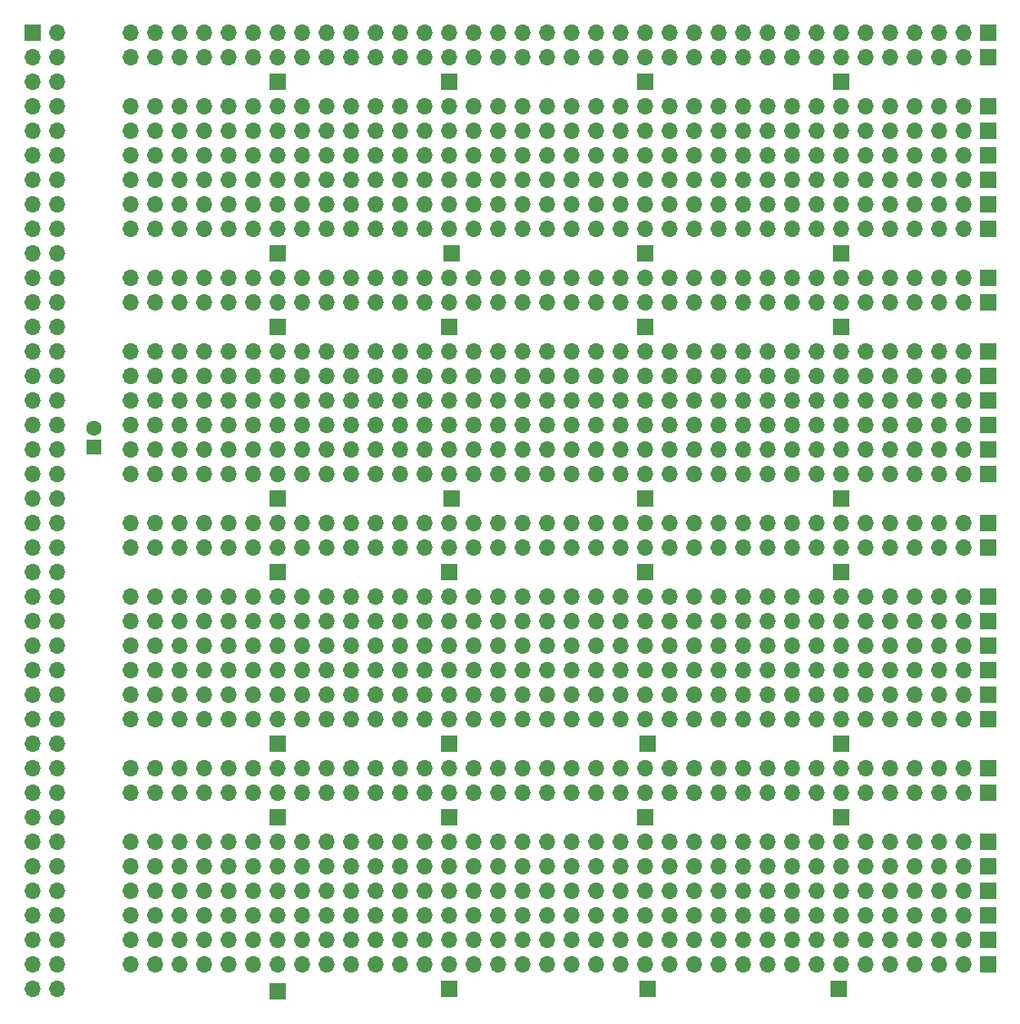
<source format=gbr>
%TF.GenerationSoftware,KiCad,Pcbnew,7.0.11+dfsg-1build4*%
%TF.CreationDate,2024-10-19T09:54:37-03:00*%
%TF.ProjectId,Z5,5a352e6b-6963-4616-945f-706362585858,rev?*%
%TF.SameCoordinates,Original*%
%TF.FileFunction,Soldermask,Bot*%
%TF.FilePolarity,Negative*%
%FSLAX46Y46*%
G04 Gerber Fmt 4.6, Leading zero omitted, Abs format (unit mm)*
G04 Created by KiCad (PCBNEW 7.0.11+dfsg-1build4) date 2024-10-19 09:54:37*
%MOMM*%
%LPD*%
G01*
G04 APERTURE LIST*
%ADD10R,1.700000X1.700000*%
%ADD11O,1.700000X1.700000*%
%ADD12R,1.600000X1.600000*%
%ADD13C,1.600000*%
G04 APERTURE END LIST*
D10*
%TO.C,REF\u002A\u002A*%
X177800000Y-63500000D03*
D11*
X175260000Y-63500000D03*
X172720000Y-63500000D03*
X170180000Y-63500000D03*
X167640000Y-63500000D03*
X165100000Y-63500000D03*
X162560000Y-63500000D03*
X160020000Y-63500000D03*
X157480000Y-63500000D03*
X154940000Y-63500000D03*
X152400000Y-63500000D03*
X149860000Y-63500000D03*
X147320000Y-63500000D03*
X144780000Y-63500000D03*
X142240000Y-63500000D03*
X139700000Y-63500000D03*
X137160000Y-63500000D03*
X134620000Y-63500000D03*
X132080000Y-63500000D03*
X129540000Y-63500000D03*
X127000000Y-63500000D03*
X124460000Y-63500000D03*
X121920000Y-63500000D03*
X119380000Y-63500000D03*
X116840000Y-63500000D03*
X114300000Y-63500000D03*
X111760000Y-63500000D03*
X109220000Y-63500000D03*
X106680000Y-63500000D03*
X104140000Y-63500000D03*
X101600000Y-63500000D03*
X99060000Y-63500000D03*
X96520000Y-63500000D03*
X93980000Y-63500000D03*
X91440000Y-63500000D03*
X88900000Y-63500000D03*
%TD*%
D10*
%TO.C,*%
X162560000Y-109220000D03*
%TD*%
%TO.C,REF\u002A\u002A*%
X177800000Y-55880000D03*
D11*
X175260000Y-55880000D03*
X172720000Y-55880000D03*
X170180000Y-55880000D03*
X167640000Y-55880000D03*
X165100000Y-55880000D03*
X162560000Y-55880000D03*
X160020000Y-55880000D03*
X157480000Y-55880000D03*
X154940000Y-55880000D03*
X152400000Y-55880000D03*
X149860000Y-55880000D03*
X147320000Y-55880000D03*
X144780000Y-55880000D03*
X142240000Y-55880000D03*
X139700000Y-55880000D03*
X137160000Y-55880000D03*
X134620000Y-55880000D03*
X132080000Y-55880000D03*
X129540000Y-55880000D03*
X127000000Y-55880000D03*
X124460000Y-55880000D03*
X121920000Y-55880000D03*
X119380000Y-55880000D03*
X116840000Y-55880000D03*
X114300000Y-55880000D03*
X111760000Y-55880000D03*
X109220000Y-55880000D03*
X106680000Y-55880000D03*
X104140000Y-55880000D03*
X101600000Y-55880000D03*
X99060000Y-55880000D03*
X96520000Y-55880000D03*
X93980000Y-55880000D03*
X91440000Y-55880000D03*
X88900000Y-55880000D03*
%TD*%
D10*
%TO.C,REF\u002A\u002A*%
X121920000Y-58420000D03*
%TD*%
%TO.C,*%
X162560000Y-134620000D03*
%TD*%
%TO.C,REF\u002A\u002A*%
X177800000Y-68580000D03*
D11*
X175260000Y-68580000D03*
X172720000Y-68580000D03*
X170180000Y-68580000D03*
X167640000Y-68580000D03*
X165100000Y-68580000D03*
X162560000Y-68580000D03*
X160020000Y-68580000D03*
X157480000Y-68580000D03*
X154940000Y-68580000D03*
X152400000Y-68580000D03*
X149860000Y-68580000D03*
X147320000Y-68580000D03*
X144780000Y-68580000D03*
X142240000Y-68580000D03*
X139700000Y-68580000D03*
X137160000Y-68580000D03*
X134620000Y-68580000D03*
X132080000Y-68580000D03*
X129540000Y-68580000D03*
X127000000Y-68580000D03*
X124460000Y-68580000D03*
X121920000Y-68580000D03*
X119380000Y-68580000D03*
X116840000Y-68580000D03*
X114300000Y-68580000D03*
X111760000Y-68580000D03*
X109220000Y-68580000D03*
X106680000Y-68580000D03*
X104140000Y-68580000D03*
X101600000Y-68580000D03*
X99060000Y-68580000D03*
X96520000Y-68580000D03*
X93980000Y-68580000D03*
X91440000Y-68580000D03*
X88900000Y-68580000D03*
%TD*%
D10*
%TO.C,REF\u002A\u002A*%
X177800000Y-60960000D03*
D11*
X175260000Y-60960000D03*
X172720000Y-60960000D03*
X170180000Y-60960000D03*
X167640000Y-60960000D03*
X165100000Y-60960000D03*
X162560000Y-60960000D03*
X160020000Y-60960000D03*
X157480000Y-60960000D03*
X154940000Y-60960000D03*
X152400000Y-60960000D03*
X149860000Y-60960000D03*
X147320000Y-60960000D03*
X144780000Y-60960000D03*
X142240000Y-60960000D03*
X139700000Y-60960000D03*
X137160000Y-60960000D03*
X134620000Y-60960000D03*
X132080000Y-60960000D03*
X129540000Y-60960000D03*
X127000000Y-60960000D03*
X124460000Y-60960000D03*
X121920000Y-60960000D03*
X119380000Y-60960000D03*
X116840000Y-60960000D03*
X114300000Y-60960000D03*
X111760000Y-60960000D03*
X109220000Y-60960000D03*
X106680000Y-60960000D03*
X104140000Y-60960000D03*
X101600000Y-60960000D03*
X99060000Y-60960000D03*
X96520000Y-60960000D03*
X93980000Y-60960000D03*
X91440000Y-60960000D03*
X88900000Y-60960000D03*
%TD*%
D10*
%TO.C,REF\u002A\u002A*%
X121920000Y-127000000D03*
%TD*%
%TO.C,*%
X104140000Y-109220000D03*
%TD*%
%TO.C,REF\u002A\u002A*%
X177800000Y-132080000D03*
D11*
X175260000Y-132080000D03*
X172720000Y-132080000D03*
X170180000Y-132080000D03*
X167640000Y-132080000D03*
X165100000Y-132080000D03*
X162560000Y-132080000D03*
X160020000Y-132080000D03*
X157480000Y-132080000D03*
X154940000Y-132080000D03*
X152400000Y-132080000D03*
X149860000Y-132080000D03*
X147320000Y-132080000D03*
X144780000Y-132080000D03*
X142240000Y-132080000D03*
X139700000Y-132080000D03*
X137160000Y-132080000D03*
X134620000Y-132080000D03*
X132080000Y-132080000D03*
X129540000Y-132080000D03*
X127000000Y-132080000D03*
X124460000Y-132080000D03*
X121920000Y-132080000D03*
X119380000Y-132080000D03*
X116840000Y-132080000D03*
X114300000Y-132080000D03*
X111760000Y-132080000D03*
X109220000Y-132080000D03*
X106680000Y-132080000D03*
X104140000Y-132080000D03*
X101600000Y-132080000D03*
X99060000Y-132080000D03*
X96520000Y-132080000D03*
X93980000Y-132080000D03*
X91440000Y-132080000D03*
X88900000Y-132080000D03*
%TD*%
D10*
%TO.C,REF\u002A\u002A*%
X122174000Y-101600000D03*
%TD*%
%TO.C,REF\u002A\u002A*%
X122174000Y-76200000D03*
%TD*%
%TO.C,REF\u002A\u002A*%
X177800000Y-119380000D03*
D11*
X175260000Y-119380000D03*
X172720000Y-119380000D03*
X170180000Y-119380000D03*
X167640000Y-119380000D03*
X165100000Y-119380000D03*
X162560000Y-119380000D03*
X160020000Y-119380000D03*
X157480000Y-119380000D03*
X154940000Y-119380000D03*
X152400000Y-119380000D03*
X149860000Y-119380000D03*
X147320000Y-119380000D03*
X144780000Y-119380000D03*
X142240000Y-119380000D03*
X139700000Y-119380000D03*
X137160000Y-119380000D03*
X134620000Y-119380000D03*
X132080000Y-119380000D03*
X129540000Y-119380000D03*
X127000000Y-119380000D03*
X124460000Y-119380000D03*
X121920000Y-119380000D03*
X119380000Y-119380000D03*
X116840000Y-119380000D03*
X114300000Y-119380000D03*
X111760000Y-119380000D03*
X109220000Y-119380000D03*
X106680000Y-119380000D03*
X104140000Y-119380000D03*
X101600000Y-119380000D03*
X99060000Y-119380000D03*
X96520000Y-119380000D03*
X93980000Y-119380000D03*
X91440000Y-119380000D03*
X88900000Y-119380000D03*
%TD*%
D10*
%TO.C,REF\u002A\u002A*%
X177800000Y-121920000D03*
D11*
X175260000Y-121920000D03*
X172720000Y-121920000D03*
X170180000Y-121920000D03*
X167640000Y-121920000D03*
X165100000Y-121920000D03*
X162560000Y-121920000D03*
X160020000Y-121920000D03*
X157480000Y-121920000D03*
X154940000Y-121920000D03*
X152400000Y-121920000D03*
X149860000Y-121920000D03*
X147320000Y-121920000D03*
X144780000Y-121920000D03*
X142240000Y-121920000D03*
X139700000Y-121920000D03*
X137160000Y-121920000D03*
X134620000Y-121920000D03*
X132080000Y-121920000D03*
X129540000Y-121920000D03*
X127000000Y-121920000D03*
X124460000Y-121920000D03*
X121920000Y-121920000D03*
X119380000Y-121920000D03*
X116840000Y-121920000D03*
X114300000Y-121920000D03*
X111760000Y-121920000D03*
X109220000Y-121920000D03*
X106680000Y-121920000D03*
X104140000Y-121920000D03*
X101600000Y-121920000D03*
X99060000Y-121920000D03*
X96520000Y-121920000D03*
X93980000Y-121920000D03*
X91440000Y-121920000D03*
X88900000Y-121920000D03*
%TD*%
D10*
%TO.C,REF\u002A\u002A*%
X177800000Y-139700000D03*
D11*
X175260000Y-139700000D03*
X172720000Y-139700000D03*
X170180000Y-139700000D03*
X167640000Y-139700000D03*
X165100000Y-139700000D03*
X162560000Y-139700000D03*
X160020000Y-139700000D03*
X157480000Y-139700000D03*
X154940000Y-139700000D03*
X152400000Y-139700000D03*
X149860000Y-139700000D03*
X147320000Y-139700000D03*
X144780000Y-139700000D03*
X142240000Y-139700000D03*
X139700000Y-139700000D03*
X137160000Y-139700000D03*
X134620000Y-139700000D03*
X132080000Y-139700000D03*
X129540000Y-139700000D03*
X127000000Y-139700000D03*
X124460000Y-139700000D03*
X121920000Y-139700000D03*
X119380000Y-139700000D03*
X116840000Y-139700000D03*
X114300000Y-139700000D03*
X111760000Y-139700000D03*
X109220000Y-139700000D03*
X106680000Y-139700000D03*
X104140000Y-139700000D03*
X101600000Y-139700000D03*
X99060000Y-139700000D03*
X96520000Y-139700000D03*
X93980000Y-139700000D03*
X91440000Y-139700000D03*
X88900000Y-139700000D03*
%TD*%
D10*
%TO.C,REF\u002A\u002A*%
X104140000Y-152654000D03*
%TD*%
%TO.C,REF\u002A\u002A*%
X177800000Y-142240000D03*
D11*
X175260000Y-142240000D03*
X172720000Y-142240000D03*
X170180000Y-142240000D03*
X167640000Y-142240000D03*
X165100000Y-142240000D03*
X162560000Y-142240000D03*
X160020000Y-142240000D03*
X157480000Y-142240000D03*
X154940000Y-142240000D03*
X152400000Y-142240000D03*
X149860000Y-142240000D03*
X147320000Y-142240000D03*
X144780000Y-142240000D03*
X142240000Y-142240000D03*
X139700000Y-142240000D03*
X137160000Y-142240000D03*
X134620000Y-142240000D03*
X132080000Y-142240000D03*
X129540000Y-142240000D03*
X127000000Y-142240000D03*
X124460000Y-142240000D03*
X121920000Y-142240000D03*
X119380000Y-142240000D03*
X116840000Y-142240000D03*
X114300000Y-142240000D03*
X111760000Y-142240000D03*
X109220000Y-142240000D03*
X106680000Y-142240000D03*
X104140000Y-142240000D03*
X101600000Y-142240000D03*
X99060000Y-142240000D03*
X96520000Y-142240000D03*
X93980000Y-142240000D03*
X91440000Y-142240000D03*
X88900000Y-142240000D03*
%TD*%
D10*
%TO.C,*%
X142240000Y-109220000D03*
%TD*%
%TO.C,REF\u002A\u002A*%
X177800000Y-111760000D03*
D11*
X175260000Y-111760000D03*
X172720000Y-111760000D03*
X170180000Y-111760000D03*
X167640000Y-111760000D03*
X165100000Y-111760000D03*
X162560000Y-111760000D03*
X160020000Y-111760000D03*
X157480000Y-111760000D03*
X154940000Y-111760000D03*
X152400000Y-111760000D03*
X149860000Y-111760000D03*
X147320000Y-111760000D03*
X144780000Y-111760000D03*
X142240000Y-111760000D03*
X139700000Y-111760000D03*
X137160000Y-111760000D03*
X134620000Y-111760000D03*
X132080000Y-111760000D03*
X129540000Y-111760000D03*
X127000000Y-111760000D03*
X124460000Y-111760000D03*
X121920000Y-111760000D03*
X119380000Y-111760000D03*
X116840000Y-111760000D03*
X114300000Y-111760000D03*
X111760000Y-111760000D03*
X109220000Y-111760000D03*
X106680000Y-111760000D03*
X104140000Y-111760000D03*
X101600000Y-111760000D03*
X99060000Y-111760000D03*
X96520000Y-111760000D03*
X93980000Y-111760000D03*
X91440000Y-111760000D03*
X88900000Y-111760000D03*
%TD*%
D10*
%TO.C,REF\u002A\u002A*%
X177800000Y-96520000D03*
D11*
X175260000Y-96520000D03*
X172720000Y-96520000D03*
X170180000Y-96520000D03*
X167640000Y-96520000D03*
X165100000Y-96520000D03*
X162560000Y-96520000D03*
X160020000Y-96520000D03*
X157480000Y-96520000D03*
X154940000Y-96520000D03*
X152400000Y-96520000D03*
X149860000Y-96520000D03*
X147320000Y-96520000D03*
X144780000Y-96520000D03*
X142240000Y-96520000D03*
X139700000Y-96520000D03*
X137160000Y-96520000D03*
X134620000Y-96520000D03*
X132080000Y-96520000D03*
X129540000Y-96520000D03*
X127000000Y-96520000D03*
X124460000Y-96520000D03*
X121920000Y-96520000D03*
X119380000Y-96520000D03*
X116840000Y-96520000D03*
X114300000Y-96520000D03*
X111760000Y-96520000D03*
X109220000Y-96520000D03*
X106680000Y-96520000D03*
X104140000Y-96520000D03*
X101600000Y-96520000D03*
X99060000Y-96520000D03*
X96520000Y-96520000D03*
X93980000Y-96520000D03*
X91440000Y-96520000D03*
X88900000Y-96520000D03*
%TD*%
D10*
%TO.C,REF\u002A\u002A*%
X177800000Y-116840000D03*
D11*
X175260000Y-116840000D03*
X172720000Y-116840000D03*
X170180000Y-116840000D03*
X167640000Y-116840000D03*
X165100000Y-116840000D03*
X162560000Y-116840000D03*
X160020000Y-116840000D03*
X157480000Y-116840000D03*
X154940000Y-116840000D03*
X152400000Y-116840000D03*
X149860000Y-116840000D03*
X147320000Y-116840000D03*
X144780000Y-116840000D03*
X142240000Y-116840000D03*
X139700000Y-116840000D03*
X137160000Y-116840000D03*
X134620000Y-116840000D03*
X132080000Y-116840000D03*
X129540000Y-116840000D03*
X127000000Y-116840000D03*
X124460000Y-116840000D03*
X121920000Y-116840000D03*
X119380000Y-116840000D03*
X116840000Y-116840000D03*
X114300000Y-116840000D03*
X111760000Y-116840000D03*
X109220000Y-116840000D03*
X106680000Y-116840000D03*
X104140000Y-116840000D03*
X101600000Y-116840000D03*
X99060000Y-116840000D03*
X96520000Y-116840000D03*
X93980000Y-116840000D03*
X91440000Y-116840000D03*
X88900000Y-116840000D03*
%TD*%
D10*
%TO.C,REF\u002A\u002A*%
X177800000Y-53340000D03*
D11*
X175260000Y-53340000D03*
X172720000Y-53340000D03*
X170180000Y-53340000D03*
X167640000Y-53340000D03*
X165100000Y-53340000D03*
X162560000Y-53340000D03*
X160020000Y-53340000D03*
X157480000Y-53340000D03*
X154940000Y-53340000D03*
X152400000Y-53340000D03*
X149860000Y-53340000D03*
X147320000Y-53340000D03*
X144780000Y-53340000D03*
X142240000Y-53340000D03*
X139700000Y-53340000D03*
X137160000Y-53340000D03*
X134620000Y-53340000D03*
X132080000Y-53340000D03*
X129540000Y-53340000D03*
X127000000Y-53340000D03*
X124460000Y-53340000D03*
X121920000Y-53340000D03*
X119380000Y-53340000D03*
X116840000Y-53340000D03*
X114300000Y-53340000D03*
X111760000Y-53340000D03*
X109220000Y-53340000D03*
X106680000Y-53340000D03*
X104140000Y-53340000D03*
X101600000Y-53340000D03*
X99060000Y-53340000D03*
X96520000Y-53340000D03*
X93980000Y-53340000D03*
X91440000Y-53340000D03*
X88900000Y-53340000D03*
%TD*%
D10*
%TO.C,REF\u002A\u002A*%
X142494000Y-127000000D03*
%TD*%
%TO.C,REF\u002A\u002A*%
X177800000Y-114300000D03*
D11*
X175260000Y-114300000D03*
X172720000Y-114300000D03*
X170180000Y-114300000D03*
X167640000Y-114300000D03*
X165100000Y-114300000D03*
X162560000Y-114300000D03*
X160020000Y-114300000D03*
X157480000Y-114300000D03*
X154940000Y-114300000D03*
X152400000Y-114300000D03*
X149860000Y-114300000D03*
X147320000Y-114300000D03*
X144780000Y-114300000D03*
X142240000Y-114300000D03*
X139700000Y-114300000D03*
X137160000Y-114300000D03*
X134620000Y-114300000D03*
X132080000Y-114300000D03*
X129540000Y-114300000D03*
X127000000Y-114300000D03*
X124460000Y-114300000D03*
X121920000Y-114300000D03*
X119380000Y-114300000D03*
X116840000Y-114300000D03*
X114300000Y-114300000D03*
X111760000Y-114300000D03*
X109220000Y-114300000D03*
X106680000Y-114300000D03*
X104140000Y-114300000D03*
X101600000Y-114300000D03*
X99060000Y-114300000D03*
X96520000Y-114300000D03*
X93980000Y-114300000D03*
X91440000Y-114300000D03*
X88900000Y-114300000D03*
%TD*%
D10*
%TO.C,REF\u002A\u002A*%
X162560000Y-101600000D03*
%TD*%
D12*
%TO.C,REF\u002A\u002A*%
X85090000Y-96266000D03*
D13*
X85090000Y-94266000D03*
%TD*%
D10*
%TO.C,REF\u002A\u002A*%
X177800000Y-147320000D03*
D11*
X175260000Y-147320000D03*
X172720000Y-147320000D03*
X170180000Y-147320000D03*
X167640000Y-147320000D03*
X165100000Y-147320000D03*
X162560000Y-147320000D03*
X160020000Y-147320000D03*
X157480000Y-147320000D03*
X154940000Y-147320000D03*
X152400000Y-147320000D03*
X149860000Y-147320000D03*
X147320000Y-147320000D03*
X144780000Y-147320000D03*
X142240000Y-147320000D03*
X139700000Y-147320000D03*
X137160000Y-147320000D03*
X134620000Y-147320000D03*
X132080000Y-147320000D03*
X129540000Y-147320000D03*
X127000000Y-147320000D03*
X124460000Y-147320000D03*
X121920000Y-147320000D03*
X119380000Y-147320000D03*
X116840000Y-147320000D03*
X114300000Y-147320000D03*
X111760000Y-147320000D03*
X109220000Y-147320000D03*
X106680000Y-147320000D03*
X104140000Y-147320000D03*
X101600000Y-147320000D03*
X99060000Y-147320000D03*
X96520000Y-147320000D03*
X93980000Y-147320000D03*
X91440000Y-147320000D03*
X88900000Y-147320000D03*
%TD*%
D10*
%TO.C,*%
X104140000Y-134620000D03*
%TD*%
%TO.C,REF\u002A\u002A*%
X177800000Y-78740000D03*
D11*
X175260000Y-78740000D03*
X172720000Y-78740000D03*
X170180000Y-78740000D03*
X167640000Y-78740000D03*
X165100000Y-78740000D03*
X162560000Y-78740000D03*
X160020000Y-78740000D03*
X157480000Y-78740000D03*
X154940000Y-78740000D03*
X152400000Y-78740000D03*
X149860000Y-78740000D03*
X147320000Y-78740000D03*
X144780000Y-78740000D03*
X142240000Y-78740000D03*
X139700000Y-78740000D03*
X137160000Y-78740000D03*
X134620000Y-78740000D03*
X132080000Y-78740000D03*
X129540000Y-78740000D03*
X127000000Y-78740000D03*
X124460000Y-78740000D03*
X121920000Y-78740000D03*
X119380000Y-78740000D03*
X116840000Y-78740000D03*
X114300000Y-78740000D03*
X111760000Y-78740000D03*
X109220000Y-78740000D03*
X106680000Y-78740000D03*
X104140000Y-78740000D03*
X101600000Y-78740000D03*
X99060000Y-78740000D03*
X96520000Y-78740000D03*
X93980000Y-78740000D03*
X91440000Y-78740000D03*
X88900000Y-78740000D03*
%TD*%
D10*
%TO.C,REF\u002A\u002A*%
X162560000Y-76200000D03*
%TD*%
%TO.C,*%
X121920000Y-83820000D03*
%TD*%
%TO.C,REF\u002A\u002A*%
X142494000Y-152400000D03*
%TD*%
%TO.C,REF\u002A\u002A*%
X121920000Y-152400000D03*
%TD*%
%TO.C,REF\u002A\u002A*%
X177800000Y-149860000D03*
D11*
X175260000Y-149860000D03*
X172720000Y-149860000D03*
X170180000Y-149860000D03*
X167640000Y-149860000D03*
X165100000Y-149860000D03*
X162560000Y-149860000D03*
X160020000Y-149860000D03*
X157480000Y-149860000D03*
X154940000Y-149860000D03*
X152400000Y-149860000D03*
X149860000Y-149860000D03*
X147320000Y-149860000D03*
X144780000Y-149860000D03*
X142240000Y-149860000D03*
X139700000Y-149860000D03*
X137160000Y-149860000D03*
X134620000Y-149860000D03*
X132080000Y-149860000D03*
X129540000Y-149860000D03*
X127000000Y-149860000D03*
X124460000Y-149860000D03*
X121920000Y-149860000D03*
X119380000Y-149860000D03*
X116840000Y-149860000D03*
X114300000Y-149860000D03*
X111760000Y-149860000D03*
X109220000Y-149860000D03*
X106680000Y-149860000D03*
X104140000Y-149860000D03*
X101600000Y-149860000D03*
X99060000Y-149860000D03*
X96520000Y-149860000D03*
X93980000Y-149860000D03*
X91440000Y-149860000D03*
X88900000Y-149860000D03*
%TD*%
D10*
%TO.C,REF\u002A\u002A*%
X177800000Y-144780000D03*
D11*
X175260000Y-144780000D03*
X172720000Y-144780000D03*
X170180000Y-144780000D03*
X167640000Y-144780000D03*
X165100000Y-144780000D03*
X162560000Y-144780000D03*
X160020000Y-144780000D03*
X157480000Y-144780000D03*
X154940000Y-144780000D03*
X152400000Y-144780000D03*
X149860000Y-144780000D03*
X147320000Y-144780000D03*
X144780000Y-144780000D03*
X142240000Y-144780000D03*
X139700000Y-144780000D03*
X137160000Y-144780000D03*
X134620000Y-144780000D03*
X132080000Y-144780000D03*
X129540000Y-144780000D03*
X127000000Y-144780000D03*
X124460000Y-144780000D03*
X121920000Y-144780000D03*
X119380000Y-144780000D03*
X116840000Y-144780000D03*
X114300000Y-144780000D03*
X111760000Y-144780000D03*
X109220000Y-144780000D03*
X106680000Y-144780000D03*
X104140000Y-144780000D03*
X101600000Y-144780000D03*
X99060000Y-144780000D03*
X96520000Y-144780000D03*
X93980000Y-144780000D03*
X91440000Y-144780000D03*
X88900000Y-144780000D03*
%TD*%
D10*
%TO.C,REF\u002A\u002A*%
X104140000Y-58420000D03*
%TD*%
%TO.C,REF\u002A\u002A*%
X177800000Y-137160000D03*
D11*
X175260000Y-137160000D03*
X172720000Y-137160000D03*
X170180000Y-137160000D03*
X167640000Y-137160000D03*
X165100000Y-137160000D03*
X162560000Y-137160000D03*
X160020000Y-137160000D03*
X157480000Y-137160000D03*
X154940000Y-137160000D03*
X152400000Y-137160000D03*
X149860000Y-137160000D03*
X147320000Y-137160000D03*
X144780000Y-137160000D03*
X142240000Y-137160000D03*
X139700000Y-137160000D03*
X137160000Y-137160000D03*
X134620000Y-137160000D03*
X132080000Y-137160000D03*
X129540000Y-137160000D03*
X127000000Y-137160000D03*
X124460000Y-137160000D03*
X121920000Y-137160000D03*
X119380000Y-137160000D03*
X116840000Y-137160000D03*
X114300000Y-137160000D03*
X111760000Y-137160000D03*
X109220000Y-137160000D03*
X106680000Y-137160000D03*
X104140000Y-137160000D03*
X101600000Y-137160000D03*
X99060000Y-137160000D03*
X96520000Y-137160000D03*
X93980000Y-137160000D03*
X91440000Y-137160000D03*
X88900000Y-137160000D03*
%TD*%
D10*
%TO.C,REF\u002A\u002A*%
X142240000Y-101600000D03*
%TD*%
%TO.C,REF\u002A\u002A*%
X177800000Y-81280000D03*
D11*
X175260000Y-81280000D03*
X172720000Y-81280000D03*
X170180000Y-81280000D03*
X167640000Y-81280000D03*
X165100000Y-81280000D03*
X162560000Y-81280000D03*
X160020000Y-81280000D03*
X157480000Y-81280000D03*
X154940000Y-81280000D03*
X152400000Y-81280000D03*
X149860000Y-81280000D03*
X147320000Y-81280000D03*
X144780000Y-81280000D03*
X142240000Y-81280000D03*
X139700000Y-81280000D03*
X137160000Y-81280000D03*
X134620000Y-81280000D03*
X132080000Y-81280000D03*
X129540000Y-81280000D03*
X127000000Y-81280000D03*
X124460000Y-81280000D03*
X121920000Y-81280000D03*
X119380000Y-81280000D03*
X116840000Y-81280000D03*
X114300000Y-81280000D03*
X111760000Y-81280000D03*
X109220000Y-81280000D03*
X106680000Y-81280000D03*
X104140000Y-81280000D03*
X101600000Y-81280000D03*
X99060000Y-81280000D03*
X96520000Y-81280000D03*
X93980000Y-81280000D03*
X91440000Y-81280000D03*
X88900000Y-81280000D03*
%TD*%
D10*
%TO.C,REF\u002A\u002A*%
X177800000Y-124460000D03*
D11*
X175260000Y-124460000D03*
X172720000Y-124460000D03*
X170180000Y-124460000D03*
X167640000Y-124460000D03*
X165100000Y-124460000D03*
X162560000Y-124460000D03*
X160020000Y-124460000D03*
X157480000Y-124460000D03*
X154940000Y-124460000D03*
X152400000Y-124460000D03*
X149860000Y-124460000D03*
X147320000Y-124460000D03*
X144780000Y-124460000D03*
X142240000Y-124460000D03*
X139700000Y-124460000D03*
X137160000Y-124460000D03*
X134620000Y-124460000D03*
X132080000Y-124460000D03*
X129540000Y-124460000D03*
X127000000Y-124460000D03*
X124460000Y-124460000D03*
X121920000Y-124460000D03*
X119380000Y-124460000D03*
X116840000Y-124460000D03*
X114300000Y-124460000D03*
X111760000Y-124460000D03*
X109220000Y-124460000D03*
X106680000Y-124460000D03*
X104140000Y-124460000D03*
X101600000Y-124460000D03*
X99060000Y-124460000D03*
X96520000Y-124460000D03*
X93980000Y-124460000D03*
X91440000Y-124460000D03*
X88900000Y-124460000D03*
%TD*%
D10*
%TO.C,REF\u002A\u002A*%
X142240000Y-58420000D03*
%TD*%
%TO.C,REF\u002A\u002A*%
X78740000Y-53340000D03*
D11*
X81280000Y-53340000D03*
X78740000Y-55880000D03*
X81280000Y-55880000D03*
X78740000Y-58420000D03*
X81280000Y-58420000D03*
X78740000Y-60960000D03*
X81280000Y-60960000D03*
X78740000Y-63500000D03*
X81280000Y-63500000D03*
X78740000Y-66040000D03*
X81280000Y-66040000D03*
X78740000Y-68580000D03*
X81280000Y-68580000D03*
X78740000Y-71120000D03*
X81280000Y-71120000D03*
X78740000Y-73660000D03*
X81280000Y-73660000D03*
X78740000Y-76200000D03*
X81280000Y-76200000D03*
X78740000Y-78740000D03*
X81280000Y-78740000D03*
X78740000Y-81280000D03*
X81280000Y-81280000D03*
X78740000Y-83820000D03*
X81280000Y-83820000D03*
X78740000Y-86360000D03*
X81280000Y-86360000D03*
X78740000Y-88900000D03*
X81280000Y-88900000D03*
X78740000Y-91440000D03*
X81280000Y-91440000D03*
X78740000Y-93980000D03*
X81280000Y-93980000D03*
X78740000Y-96520000D03*
X81280000Y-96520000D03*
X78740000Y-99060000D03*
X81280000Y-99060000D03*
X78740000Y-101600000D03*
X81280000Y-101600000D03*
X78740000Y-104140000D03*
X81280000Y-104140000D03*
X78740000Y-106680000D03*
X81280000Y-106680000D03*
X78740000Y-109220000D03*
X81280000Y-109220000D03*
X78740000Y-111760000D03*
X81280000Y-111760000D03*
X78740000Y-114300000D03*
X81280000Y-114300000D03*
X78740000Y-116840000D03*
X81280000Y-116840000D03*
X78740000Y-119380000D03*
X81280000Y-119380000D03*
X78740000Y-121920000D03*
X81280000Y-121920000D03*
X78740000Y-124460000D03*
X81280000Y-124460000D03*
X78740000Y-127000000D03*
X81280000Y-127000000D03*
X78740000Y-129540000D03*
X81280000Y-129540000D03*
X78740000Y-132080000D03*
X81280000Y-132080000D03*
X78740000Y-134620000D03*
X81280000Y-134620000D03*
X78740000Y-137160000D03*
X81280000Y-137160000D03*
X78740000Y-139700000D03*
X81280000Y-139700000D03*
X78740000Y-142240000D03*
X81280000Y-142240000D03*
X78740000Y-144780000D03*
X81280000Y-144780000D03*
X78740000Y-147320000D03*
X81280000Y-147320000D03*
X78740000Y-149860000D03*
X81280000Y-149860000D03*
X78740000Y-152400000D03*
X81280000Y-152400000D03*
%TD*%
D10*
%TO.C,REF\u002A\u002A*%
X104140000Y-101600000D03*
%TD*%
%TO.C,REF\u002A\u002A*%
X177800000Y-104140000D03*
D11*
X175260000Y-104140000D03*
X172720000Y-104140000D03*
X170180000Y-104140000D03*
X167640000Y-104140000D03*
X165100000Y-104140000D03*
X162560000Y-104140000D03*
X160020000Y-104140000D03*
X157480000Y-104140000D03*
X154940000Y-104140000D03*
X152400000Y-104140000D03*
X149860000Y-104140000D03*
X147320000Y-104140000D03*
X144780000Y-104140000D03*
X142240000Y-104140000D03*
X139700000Y-104140000D03*
X137160000Y-104140000D03*
X134620000Y-104140000D03*
X132080000Y-104140000D03*
X129540000Y-104140000D03*
X127000000Y-104140000D03*
X124460000Y-104140000D03*
X121920000Y-104140000D03*
X119380000Y-104140000D03*
X116840000Y-104140000D03*
X114300000Y-104140000D03*
X111760000Y-104140000D03*
X109220000Y-104140000D03*
X106680000Y-104140000D03*
X104140000Y-104140000D03*
X101600000Y-104140000D03*
X99060000Y-104140000D03*
X96520000Y-104140000D03*
X93980000Y-104140000D03*
X91440000Y-104140000D03*
X88900000Y-104140000D03*
%TD*%
D10*
%TO.C,*%
X142240000Y-83820000D03*
%TD*%
%TO.C,REF\u002A\u002A*%
X177800000Y-129540000D03*
D11*
X175260000Y-129540000D03*
X172720000Y-129540000D03*
X170180000Y-129540000D03*
X167640000Y-129540000D03*
X165100000Y-129540000D03*
X162560000Y-129540000D03*
X160020000Y-129540000D03*
X157480000Y-129540000D03*
X154940000Y-129540000D03*
X152400000Y-129540000D03*
X149860000Y-129540000D03*
X147320000Y-129540000D03*
X144780000Y-129540000D03*
X142240000Y-129540000D03*
X139700000Y-129540000D03*
X137160000Y-129540000D03*
X134620000Y-129540000D03*
X132080000Y-129540000D03*
X129540000Y-129540000D03*
X127000000Y-129540000D03*
X124460000Y-129540000D03*
X121920000Y-129540000D03*
X119380000Y-129540000D03*
X116840000Y-129540000D03*
X114300000Y-129540000D03*
X111760000Y-129540000D03*
X109220000Y-129540000D03*
X106680000Y-129540000D03*
X104140000Y-129540000D03*
X101600000Y-129540000D03*
X99060000Y-129540000D03*
X96520000Y-129540000D03*
X93980000Y-129540000D03*
X91440000Y-129540000D03*
X88900000Y-129540000D03*
%TD*%
D10*
%TO.C,REF\u002A\u002A*%
X177800000Y-71120000D03*
D11*
X175260000Y-71120000D03*
X172720000Y-71120000D03*
X170180000Y-71120000D03*
X167640000Y-71120000D03*
X165100000Y-71120000D03*
X162560000Y-71120000D03*
X160020000Y-71120000D03*
X157480000Y-71120000D03*
X154940000Y-71120000D03*
X152400000Y-71120000D03*
X149860000Y-71120000D03*
X147320000Y-71120000D03*
X144780000Y-71120000D03*
X142240000Y-71120000D03*
X139700000Y-71120000D03*
X137160000Y-71120000D03*
X134620000Y-71120000D03*
X132080000Y-71120000D03*
X129540000Y-71120000D03*
X127000000Y-71120000D03*
X124460000Y-71120000D03*
X121920000Y-71120000D03*
X119380000Y-71120000D03*
X116840000Y-71120000D03*
X114300000Y-71120000D03*
X111760000Y-71120000D03*
X109220000Y-71120000D03*
X106680000Y-71120000D03*
X104140000Y-71120000D03*
X101600000Y-71120000D03*
X99060000Y-71120000D03*
X96520000Y-71120000D03*
X93980000Y-71120000D03*
X91440000Y-71120000D03*
X88900000Y-71120000D03*
%TD*%
D10*
%TO.C,REF\u002A\u002A*%
X104140000Y-76200000D03*
%TD*%
%TO.C,*%
X121920000Y-109220000D03*
%TD*%
%TO.C,REF\u002A\u002A*%
X162560000Y-58420000D03*
%TD*%
%TO.C,REF\u002A\u002A*%
X162560000Y-127000000D03*
%TD*%
%TO.C,REF\u002A\u002A*%
X177800000Y-86360000D03*
D11*
X175260000Y-86360000D03*
X172720000Y-86360000D03*
X170180000Y-86360000D03*
X167640000Y-86360000D03*
X165100000Y-86360000D03*
X162560000Y-86360000D03*
X160020000Y-86360000D03*
X157480000Y-86360000D03*
X154940000Y-86360000D03*
X152400000Y-86360000D03*
X149860000Y-86360000D03*
X147320000Y-86360000D03*
X144780000Y-86360000D03*
X142240000Y-86360000D03*
X139700000Y-86360000D03*
X137160000Y-86360000D03*
X134620000Y-86360000D03*
X132080000Y-86360000D03*
X129540000Y-86360000D03*
X127000000Y-86360000D03*
X124460000Y-86360000D03*
X121920000Y-86360000D03*
X119380000Y-86360000D03*
X116840000Y-86360000D03*
X114300000Y-86360000D03*
X111760000Y-86360000D03*
X109220000Y-86360000D03*
X106680000Y-86360000D03*
X104140000Y-86360000D03*
X101600000Y-86360000D03*
X99060000Y-86360000D03*
X96520000Y-86360000D03*
X93980000Y-86360000D03*
X91440000Y-86360000D03*
X88900000Y-86360000D03*
%TD*%
D10*
%TO.C,REF\u002A\u002A*%
X177800000Y-73660000D03*
D11*
X175260000Y-73660000D03*
X172720000Y-73660000D03*
X170180000Y-73660000D03*
X167640000Y-73660000D03*
X165100000Y-73660000D03*
X162560000Y-73660000D03*
X160020000Y-73660000D03*
X157480000Y-73660000D03*
X154940000Y-73660000D03*
X152400000Y-73660000D03*
X149860000Y-73660000D03*
X147320000Y-73660000D03*
X144780000Y-73660000D03*
X142240000Y-73660000D03*
X139700000Y-73660000D03*
X137160000Y-73660000D03*
X134620000Y-73660000D03*
X132080000Y-73660000D03*
X129540000Y-73660000D03*
X127000000Y-73660000D03*
X124460000Y-73660000D03*
X121920000Y-73660000D03*
X119380000Y-73660000D03*
X116840000Y-73660000D03*
X114300000Y-73660000D03*
X111760000Y-73660000D03*
X109220000Y-73660000D03*
X106680000Y-73660000D03*
X104140000Y-73660000D03*
X101600000Y-73660000D03*
X99060000Y-73660000D03*
X96520000Y-73660000D03*
X93980000Y-73660000D03*
X91440000Y-73660000D03*
X88900000Y-73660000D03*
%TD*%
D10*
%TO.C,REF\u002A\u002A*%
X142240000Y-76200000D03*
%TD*%
%TO.C,REF\u002A\u002A*%
X104140000Y-127000000D03*
%TD*%
%TO.C,*%
X104140000Y-83820000D03*
%TD*%
%TO.C,REF\u002A\u002A*%
X177800000Y-106680000D03*
D11*
X175260000Y-106680000D03*
X172720000Y-106680000D03*
X170180000Y-106680000D03*
X167640000Y-106680000D03*
X165100000Y-106680000D03*
X162560000Y-106680000D03*
X160020000Y-106680000D03*
X157480000Y-106680000D03*
X154940000Y-106680000D03*
X152400000Y-106680000D03*
X149860000Y-106680000D03*
X147320000Y-106680000D03*
X144780000Y-106680000D03*
X142240000Y-106680000D03*
X139700000Y-106680000D03*
X137160000Y-106680000D03*
X134620000Y-106680000D03*
X132080000Y-106680000D03*
X129540000Y-106680000D03*
X127000000Y-106680000D03*
X124460000Y-106680000D03*
X121920000Y-106680000D03*
X119380000Y-106680000D03*
X116840000Y-106680000D03*
X114300000Y-106680000D03*
X111760000Y-106680000D03*
X109220000Y-106680000D03*
X106680000Y-106680000D03*
X104140000Y-106680000D03*
X101600000Y-106680000D03*
X99060000Y-106680000D03*
X96520000Y-106680000D03*
X93980000Y-106680000D03*
X91440000Y-106680000D03*
X88900000Y-106680000D03*
%TD*%
D10*
%TO.C,REF\u002A\u002A*%
X177800000Y-91440000D03*
D11*
X175260000Y-91440000D03*
X172720000Y-91440000D03*
X170180000Y-91440000D03*
X167640000Y-91440000D03*
X165100000Y-91440000D03*
X162560000Y-91440000D03*
X160020000Y-91440000D03*
X157480000Y-91440000D03*
X154940000Y-91440000D03*
X152400000Y-91440000D03*
X149860000Y-91440000D03*
X147320000Y-91440000D03*
X144780000Y-91440000D03*
X142240000Y-91440000D03*
X139700000Y-91440000D03*
X137160000Y-91440000D03*
X134620000Y-91440000D03*
X132080000Y-91440000D03*
X129540000Y-91440000D03*
X127000000Y-91440000D03*
X124460000Y-91440000D03*
X121920000Y-91440000D03*
X119380000Y-91440000D03*
X116840000Y-91440000D03*
X114300000Y-91440000D03*
X111760000Y-91440000D03*
X109220000Y-91440000D03*
X106680000Y-91440000D03*
X104140000Y-91440000D03*
X101600000Y-91440000D03*
X99060000Y-91440000D03*
X96520000Y-91440000D03*
X93980000Y-91440000D03*
X91440000Y-91440000D03*
X88900000Y-91440000D03*
%TD*%
D10*
%TO.C,*%
X121920000Y-134620000D03*
%TD*%
%TO.C,REF\u002A\u002A*%
X177800000Y-93980000D03*
D11*
X175260000Y-93980000D03*
X172720000Y-93980000D03*
X170180000Y-93980000D03*
X167640000Y-93980000D03*
X165100000Y-93980000D03*
X162560000Y-93980000D03*
X160020000Y-93980000D03*
X157480000Y-93980000D03*
X154940000Y-93980000D03*
X152400000Y-93980000D03*
X149860000Y-93980000D03*
X147320000Y-93980000D03*
X144780000Y-93980000D03*
X142240000Y-93980000D03*
X139700000Y-93980000D03*
X137160000Y-93980000D03*
X134620000Y-93980000D03*
X132080000Y-93980000D03*
X129540000Y-93980000D03*
X127000000Y-93980000D03*
X124460000Y-93980000D03*
X121920000Y-93980000D03*
X119380000Y-93980000D03*
X116840000Y-93980000D03*
X114300000Y-93980000D03*
X111760000Y-93980000D03*
X109220000Y-93980000D03*
X106680000Y-93980000D03*
X104140000Y-93980000D03*
X101600000Y-93980000D03*
X99060000Y-93980000D03*
X96520000Y-93980000D03*
X93980000Y-93980000D03*
X91440000Y-93980000D03*
X88900000Y-93980000D03*
%TD*%
D10*
%TO.C,*%
X142240000Y-134620000D03*
%TD*%
%TO.C,REF\u002A\u002A*%
X162306000Y-152400000D03*
%TD*%
%TO.C,REF\u002A\u002A*%
X177800000Y-88900000D03*
D11*
X175260000Y-88900000D03*
X172720000Y-88900000D03*
X170180000Y-88900000D03*
X167640000Y-88900000D03*
X165100000Y-88900000D03*
X162560000Y-88900000D03*
X160020000Y-88900000D03*
X157480000Y-88900000D03*
X154940000Y-88900000D03*
X152400000Y-88900000D03*
X149860000Y-88900000D03*
X147320000Y-88900000D03*
X144780000Y-88900000D03*
X142240000Y-88900000D03*
X139700000Y-88900000D03*
X137160000Y-88900000D03*
X134620000Y-88900000D03*
X132080000Y-88900000D03*
X129540000Y-88900000D03*
X127000000Y-88900000D03*
X124460000Y-88900000D03*
X121920000Y-88900000D03*
X119380000Y-88900000D03*
X116840000Y-88900000D03*
X114300000Y-88900000D03*
X111760000Y-88900000D03*
X109220000Y-88900000D03*
X106680000Y-88900000D03*
X104140000Y-88900000D03*
X101600000Y-88900000D03*
X99060000Y-88900000D03*
X96520000Y-88900000D03*
X93980000Y-88900000D03*
X91440000Y-88900000D03*
X88900000Y-88900000D03*
%TD*%
D10*
%TO.C,REF\u002A\u002A*%
X177800000Y-99060000D03*
D11*
X175260000Y-99060000D03*
X172720000Y-99060000D03*
X170180000Y-99060000D03*
X167640000Y-99060000D03*
X165100000Y-99060000D03*
X162560000Y-99060000D03*
X160020000Y-99060000D03*
X157480000Y-99060000D03*
X154940000Y-99060000D03*
X152400000Y-99060000D03*
X149860000Y-99060000D03*
X147320000Y-99060000D03*
X144780000Y-99060000D03*
X142240000Y-99060000D03*
X139700000Y-99060000D03*
X137160000Y-99060000D03*
X134620000Y-99060000D03*
X132080000Y-99060000D03*
X129540000Y-99060000D03*
X127000000Y-99060000D03*
X124460000Y-99060000D03*
X121920000Y-99060000D03*
X119380000Y-99060000D03*
X116840000Y-99060000D03*
X114300000Y-99060000D03*
X111760000Y-99060000D03*
X109220000Y-99060000D03*
X106680000Y-99060000D03*
X104140000Y-99060000D03*
X101600000Y-99060000D03*
X99060000Y-99060000D03*
X96520000Y-99060000D03*
X93980000Y-99060000D03*
X91440000Y-99060000D03*
X88900000Y-99060000D03*
%TD*%
D10*
%TO.C,REF\u002A\u002A*%
X177800000Y-66040000D03*
D11*
X175260000Y-66040000D03*
X172720000Y-66040000D03*
X170180000Y-66040000D03*
X167640000Y-66040000D03*
X165100000Y-66040000D03*
X162560000Y-66040000D03*
X160020000Y-66040000D03*
X157480000Y-66040000D03*
X154940000Y-66040000D03*
X152400000Y-66040000D03*
X149860000Y-66040000D03*
X147320000Y-66040000D03*
X144780000Y-66040000D03*
X142240000Y-66040000D03*
X139700000Y-66040000D03*
X137160000Y-66040000D03*
X134620000Y-66040000D03*
X132080000Y-66040000D03*
X129540000Y-66040000D03*
X127000000Y-66040000D03*
X124460000Y-66040000D03*
X121920000Y-66040000D03*
X119380000Y-66040000D03*
X116840000Y-66040000D03*
X114300000Y-66040000D03*
X111760000Y-66040000D03*
X109220000Y-66040000D03*
X106680000Y-66040000D03*
X104140000Y-66040000D03*
X101600000Y-66040000D03*
X99060000Y-66040000D03*
X96520000Y-66040000D03*
X93980000Y-66040000D03*
X91440000Y-66040000D03*
X88900000Y-66040000D03*
%TD*%
D10*
%TO.C,*%
X162560000Y-83820000D03*
%TD*%
M02*

</source>
